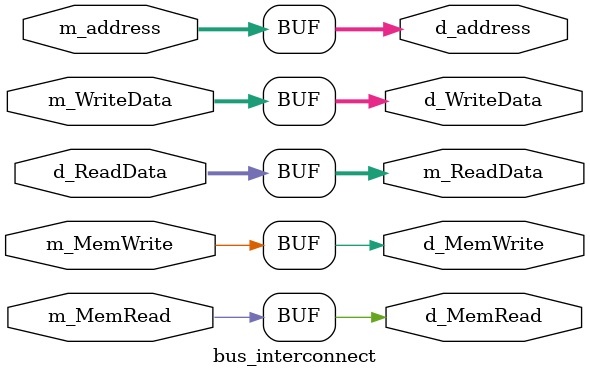
<source format=v>
module bus_interconnect(
    input [63:0] m_address,
    input [63:0] m_WriteData,
    input m_MemWrite,
    input m_MemRead,
    output [63:0] m_ReadData,

    output [63:0] d_address,
    output [63:0] d_WriteData,
    output d_MemWrite,
    output d_MemRead,
    input [63:0] d_ReadData
);

    assign d_address = m_address;
    assign d_WriteData = m_WriteData;
    assign d_MemWrite = m_MemWrite;
    assign d_MemRead = m_MemRead;
    assign m_ReadData = d_ReadData;

endmodule
</source>
